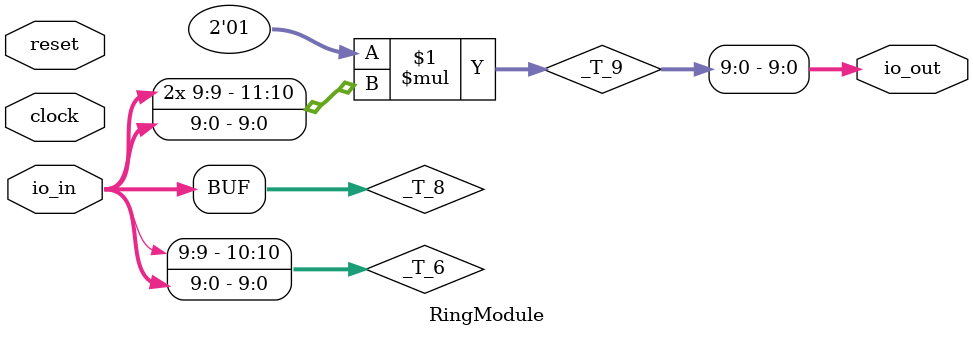
<source format=v>
module RingModule( // @[:@3.2]
  input        clock, // @[:@4.4]
  input        reset, // @[:@5.4]
  input  [9:0] io_in, // @[:@6.4]
  output [9:0] io_out // @[:@6.4]
);
  wire [10:0] _T_6 = {{1{io_in[9]}},io_in}; // @[SIntTypeClass.scala 18:40:@11.4]
  wire [9:0] _T_8 = _T_6[9:0]; // @[SIntTypeClass.scala 18:40:@13.4]
  wire [11:0] _T_9 = 2'sh1 * $signed(_T_8); // @[SIntTypeClass.scala 44:41:@14.4]
  assign io_out = _T_9[9:0];
endmodule

</source>
